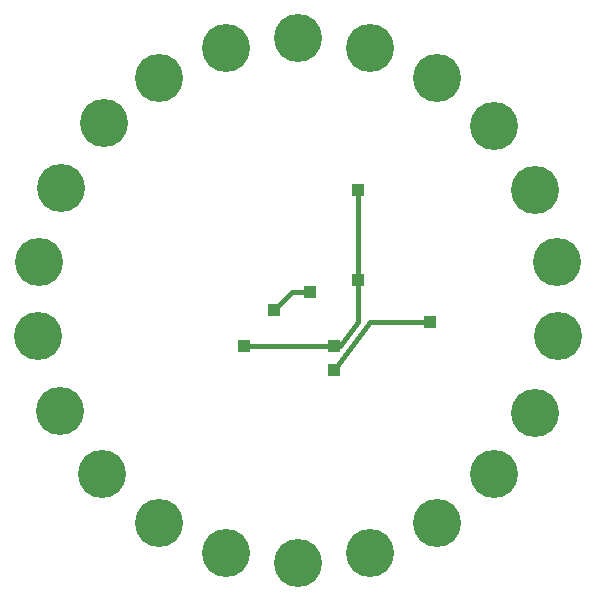
<source format=gbl>
G75*
G70*
%OFA0B0*%
%FSLAX24Y24*%
%IPPOS*%
%LPD*%
%AMOC8*
5,1,8,0,0,1.08239X$1,22.5*
%
%ADD10C,0.1600*%
%ADD11R,0.0396X0.0396*%
%ADD12C,0.0160*%
D10*
X003621Y004370D03*
X002243Y006467D03*
X001507Y008964D03*
X001524Y011461D03*
X002253Y013898D03*
X003711Y016065D03*
X005539Y017583D03*
X007766Y018571D03*
X010162Y018901D03*
X012559Y018571D03*
X014786Y017583D03*
X016699Y015965D03*
X018082Y013858D03*
X018801Y011461D03*
X018821Y008964D03*
X018072Y006427D03*
X016703Y004370D03*
X014786Y002742D03*
X012559Y001754D03*
X010162Y001424D03*
X007766Y001754D03*
X005539Y002742D03*
D11*
X011362Y007862D03*
X011362Y008662D03*
X010562Y010462D03*
X009362Y009862D03*
X008362Y008662D03*
X012162Y010862D03*
X014562Y009462D03*
X012162Y013862D03*
D12*
X012162Y010862D01*
X012162Y009462D01*
X011562Y008662D01*
X011362Y008662D01*
X008362Y008662D01*
X009362Y009862D02*
X009962Y010462D01*
X010562Y010462D01*
X012562Y009462D02*
X014562Y009462D01*
X012562Y009462D02*
X011362Y007862D01*
M02*

</source>
